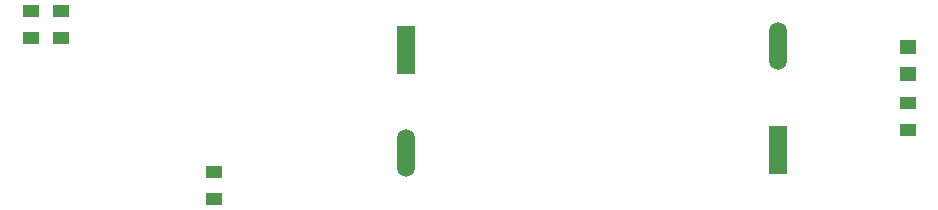
<source format=gbp>
G04*
G04 #@! TF.GenerationSoftware,Altium Limited,Altium Designer,21.0.8 (223)*
G04*
G04 Layer_Color=128*
%FSTAX24Y24*%
%MOIN*%
G70*
G04*
G04 #@! TF.SameCoordinates,A57ED762-F1FC-47E5-BACA-E58B220B156E*
G04*
G04*
G04 #@! TF.FilePolarity,Positive*
G04*
G01*
G75*
%ADD58O,0.0591X0.1600*%
%ADD59R,0.0591X0.1600*%
%ADD60R,0.0550X0.0500*%
%ADD61R,0.0550X0.0394*%
D58*
X04244Y03084D02*
D03*
X03003Y02727D02*
D03*
D59*
X04244Y02739D02*
D03*
X03003Y03072D02*
D03*
D60*
X04677Y029914D02*
D03*
Y030814D02*
D03*
D61*
X04677Y02896D02*
D03*
Y02806D02*
D03*
X02365Y02575D02*
D03*
Y02665D02*
D03*
X01853Y03112D02*
D03*
Y03202D02*
D03*
X01753Y03112D02*
D03*
Y03202D02*
D03*
M02*

</source>
